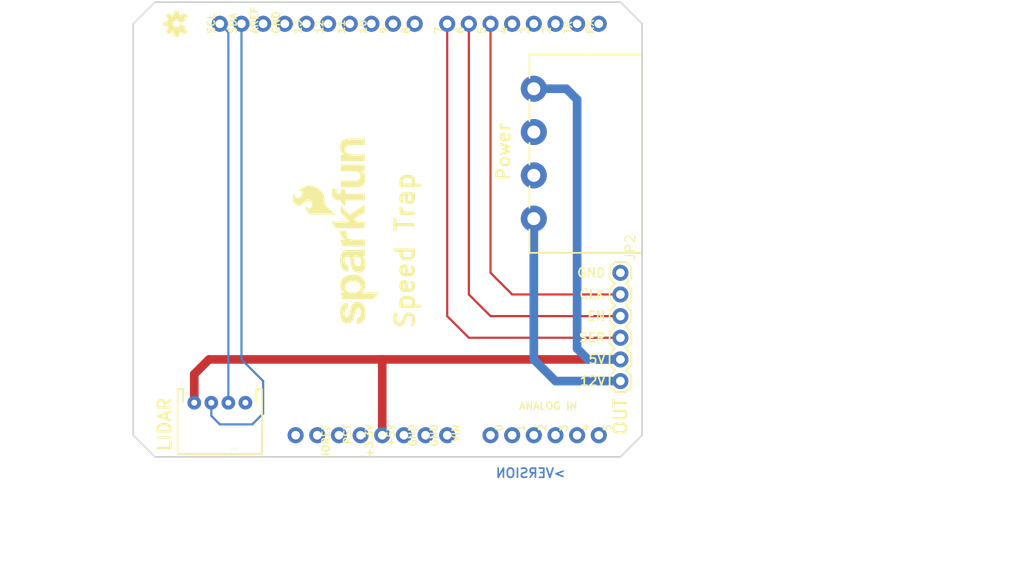
<source format=kicad_pcb>
(kicad_pcb (version 20211014) (generator pcbnew)
  (layers (0 "F.Cu" signal) (31 "B.Cu" signal) (34 "B.Paste" user) (35 "F.Paste" user) (36 "B.SilkS" user "B.Silkscreen") (37 "F.SilkS" user "F.Silkscreen") (38 "B.Mask" user) (39 "F.Mask" user) (44 "Edge.Cuts" user))
  (net 0 "")
  (net 1 "GND")
  (net 2 "ENABLE")
  (net 3 "SER_OUT")
  (net 4 "CLOCK")
  (net 5 "5V")
  (net 6 "12V")
  (net 7 "SDA")
  (net 8 "SCL")
  (footprint "boardEagle:OSHW-LOGO-S" (layer "F.Cu") (at 123.7361 80.8736 90)
    (fp_text reference "LOGO2" hide)
    (fp_text value "OSHW-LOGOS" hide)
    (fp_poly (pts (xy 0.301647 -1.061351) (xy 0.42347 -1.022344) (xy 0.537177 -0.963769) (xy 0.92862 -1.282946) (xy 1.282946 -0.92862) (xy 0.961035 -0.533823) (xy 1.057046 -0.302084) (xy 1.5638 -0.250561) (xy 1.5638 0.250561) (xy 1.057046 0.302084) (xy 0.961035 0.533823) (xy 1.282946 0.92862) (xy 0.92862 1.282946) (xy 0.537177 0.96377) (xy 0.356601 1.056794) (xy 0.088679 0.410073) (xy 0.326262 0.2176) (xy 0.373649 0.121468) (xy 0.392729 0.010339) (xy 0.379464 -0.101634) (xy 0.334947 -0.205229) (xy 0.262842 -0.291918) (xy 0.169087 -0.354561) (xy 0.061406 -0.387999) (xy -0.051342 -0.38948) (xy -0.159868 -0.358881) (xy -0.255234 -0.298724) (xy -0.329589 -0.213962) (xy -0.376813 -0.111569) (xy -0.392176 -0.005767) (xy -0.322923 0.222565) (xy -0.249312 0.303773) (xy 0.091677 0.5081) (xy -0.12929 0.5081) (xy -0.355332 1.053732) (xy -0.506597 0.983577) (xy -0.538922 0.965192) (xy -0.92862 1.282946) (xy -1.282946 0.92862) (xy -0.961035 0.533823) (xy -1.057046 0.302084) (xy -1.5638 0.250561) (xy -1.5638 -0.250561) (xy -1.057046 -0.302084) (xy -0.961035 -0.533823) (xy -1.282946 -0.92862) (xy -0.92862 -1.282946) (xy -0.533823 -0.961035) (xy -0.302084 -1.057046) (xy -0.250561 -1.5638) (xy 0.250561 -1.5638)) (layer "F.SilkS") (width 0) (fill solid))
  )
  (footprint "boardEagle:CREATIVE_COMMONS" (layer "F.Cu") (at 140.2461 144.3736)
    (fp_text reference "FRAME1" hide)
    (fp_text value "" hide)
    (fp_text user ">VERSION" (at 29.21 -10.16) (layer "B.Cu") (effects (font (size 1.0795 1.0795) (thickness 0.1905)) (justify left bottom mirror)))
  )
  (footprint "boardEagle:JST-4-PTH" (layer "F.Cu") (at 128.8161 125.3236 180)
    (fp_text reference "JP1" (at -2.27 -5.27 180) (layer "F.SilkS") (effects (font (size 0.373888 0.373888) (thickness 0.032512)) (justify right top)))
    (fp_text value "LIDAR")
    (fp_line (start -4.3 1.6) (end -4.3 0) (layer "F.SilkS") (width 0.2032))
    (fp_line (start 4.95 1.6) (end 4.3 1.6) (layer "F.SilkS") (width 0.2032))
    (fp_line (start 4.95 -6) (end 4.95 1.6) (layer "F.SilkS") (width 0.2032))
    (fp_line (start -4.95 1.6) (end -4.3 1.6) (layer "F.SilkS") (width 0.2032))
    (fp_line (start -4.95 -6) (end 4.95 -6) (layer "F.SilkS") (width 0.2032))
    (fp_line (start -4.95 1.6) (end -4.95 -6) (layer "F.SilkS") (width 0.2032))
    (fp_line (start 4.3 1.6) (end 4.3 0) (layer "F.SilkS") (width 0.2032))
    (pad "1" thru_hole circle (at -3 0 180) (size 1.6 1.6) (drill 0.7) (layers *.Cu *.Mask) (net 1 "GND"))
    (pad "2" thru_hole circle (at -1 0 180) (size 1.6 1.6) (drill 0.7) (layers *.Cu *.Mask) (net 8 "SCL"))
    (pad "3" thru_hole circle (at 1 0 180) (size 1.6 1.6) (drill 0.7) (layers *.Cu *.Mask) (net 7 "SDA"))
    (pad "4" thru_hole circle (at 3 0 180) (size 1.6 1.6) (drill 0.7) (layers *.Cu *.Mask) (net 5 "5V"))
  )
  (footprint "boardEagle:1X06" (layer "F.Cu") (at 175.8061 110.0836 -90)
    (fp_text reference "JP2" (at -1.3462 -1.8288 -90) (layer "F.SilkS") (effects (font (size 1.143 1.143) (thickness 0.127)) (justify left bottom)))
    (fp_text value "OUT")
    (fp_line (start 13.97 -0.635) (end 13.97 0.635) (layer "F.SilkS") (width 0.2032))
    (fp_line (start 6.985 -1.27) (end 6.35 -0.635) (layer "F.SilkS") (width 0.2032))
    (fp_line (start 13.97 0.635) (end 13.335 1.27) (layer "F.SilkS") (width 0.2032))
    (fp_line (start 12.065 1.27) (end 11.43 0.635) (layer "F.SilkS") (width 0.2032))
    (fp_line (start -0.635 -1.27) (end 0.635 -1.27) (layer "F.SilkS") (width 0.2032))
    (fp_line (start 11.43 0.635) (end 10.795 1.27) (layer "F.SilkS") (width 0.2032))
    (fp_line (start 8.255 -1.27) (end 8.89 -0.635) (layer "F.SilkS") (width 0.2032))
    (fp_line (start 3.81 0.635) (end 3.175 1.27) (layer "F.SilkS") (width 0.2032))
    (fp_line (start 3.175 1.27) (end 1.905 1.27) (layer "F.SilkS") (width 0.2032))
    (fp_line (start 11.43 -0.635) (end 12.065 -1.27) (layer "F.SilkS") (width 0.2032))
    (fp_line (start 6.35 0.635) (end 5.715 1.27) (layer "F.SilkS") (width 0.2032))
    (fp_line (start 1.27 0.635) (end 0.635 1.27) (layer "F.SilkS") (width 0.2032))
    (fp_line (start 0.635 -1.27) (end 1.27 -0.635) (layer "F.SilkS") (width 0.2032))
    (fp_line (start 9.525 1.27) (end 8.89 0.635) (layer "F.SilkS") (width 0.2032))
    (fp_line (start 5.715 -1.27) (end 6.35 -0.635) (layer "F.SilkS") (width 0.2032))
    (fp_line (start 6.985 -1.27) (end 8.255 -1.27) (layer "F.SilkS") (width 0.2032))
    (fp_line (start -1.27 -0.635) (end -1.27 0.635) (layer "F.SilkS") (width 0.2032))
    (fp_line (start -0.635 -1.27) (end -1.27 -0.635) (layer "F.SilkS") (width 0.2032))
    (fp_line (start -1.27 0.635) (end -0.635 1.27) (layer "F.SilkS") (width 0.2032))
    (fp_line (start 3.81 -0.635) (end 4.445 -1.27) (layer "F.SilkS") (width 0.2032))
    (fp_line (start 4.445 -1.27) (end 5.715 -1.27) (layer "F.SilkS") (width 0.2032))
    (fp_line (start 1.905 -1.27) (end 3.175 -1.27) (layer "F.SilkS") (width 0.2032))
    (fp_line (start 8.89 0.635) (end 8.255 1.27) (layer "F.SilkS") (width 0.2032))
    (fp_line (start 13.335 -1.27) (end 13.97 -0.635) (layer "F.SilkS") (width 0.2032))
    (fp_line (start 13.335 1.27) (end 12.065 1.27) (layer "F.SilkS") (width 0.2032))
    (fp_line (start 9.525 -1.27) (end 10.795 -1.27) (layer "F.SilkS") (width 0.2032))
    (fp_line (start 5.715 1.27) (end 4.445 1.27) (layer "F.SilkS") (width 0.2032))
    (fp_line (start 8.89 -0.635) (end 9.525 -1.27) (layer "F.SilkS") (width 0.2032))
    (fp_line (start 10.795 1.27) (end 9.525 1.27) (layer "F.SilkS") (width 0.2032))
    (fp_line (start 0.635 1.27) (end -0.635 1.27) (layer "F.SilkS") (width 0.2032))
    (fp_line (start 12.065 -1.27) (end 13.335 -1.27) (layer "F.SilkS") (width 0.2032))
    (fp_line (start 6.35 0.635) (end 6.985 1.27) (layer "F.SilkS") (width 0.2032))
    (fp_line (start 3.175 -1.27) (end 3.81 -0.635) (layer "F.SilkS") (width 0.2032))
    (fp_line (start 8.255 1.27) (end 6.985 1.27) (layer "F.SilkS") (width 0.2032))
    (fp_line (start 4.445 1.27) (end 3.81 0.635) (layer "F.SilkS") (width 0.2032))
    (fp_line (start 10.795 -1.27) (end 11.43 -0.635) (layer "F.SilkS") (width 0.2032))
    (fp_line (start 1.27 -0.635) (end 1.905 -1.27) (layer "F.SilkS") (width 0.2032))
    (fp_line (start 1.905 1.27) (end 1.27 0.635) (layer "F.SilkS") (width 0.2032))
    (pad "1" thru_hole circle (at 0 0) (size 1.8796 1.8796) (drill 1.016) (layers *.Cu *.Mask) (net 1 "GND"))
    (pad "2" thru_hole circle (at 2.54 0) (size 1.8796 1.8796) (drill 1.016) (layers *.Cu *.Mask) (net 4 "CLOCK"))
    (pad "3" thru_hole circle (at 5.08 0) (size 1.8796 1.8796) (drill 1.016) (layers *.Cu *.Mask) (net 2 "ENABLE"))
    (pad "4" thru_hole circle (at 7.62 0) (size 1.8796 1.8796) (drill 1.016) (layers *.Cu *.Mask) (net 3 "SER_OUT"))
    (pad "5" thru_hole circle (at 10.16 0) (size 1.8796 1.8796) (drill 1.016) (layers *.Cu *.Mask) (net 5 "5V"))
    (pad "6" thru_hole circle (at 12.7 0) (size 1.8796 1.8796) (drill 1.016) (layers *.Cu *.Mask) (net 6 "12V"))
  )
  (footprint "boardEagle:SFE_LOGO_NAME_FLAME_.2" (layer "F.Cu") (at 147.6121 116.8146 90)
    (fp_text reference "LOGO1" hide)
    (fp_text value "SFE_LOGO_NAME_FLAME.2_INCH" hide)
    (fp_poly (pts (xy 17.54 -3.02) (xy 17.55 -2.85) (xy 17.57 -2.71) (xy 17.61 -2.59) (xy 17.66 -2.49) (xy 17.72 -2.42) (xy 17.81 -2.36) (xy 17.92 -2.33) (xy 18.04 -2.32) (xy 18.19 -2.33) (xy 18.31 -2.37) (xy 18.42 -2.43) (xy 18.5 -2.51) (xy 18.56 -2.62) (xy 18.61 -2.76) (xy 18.64 -2.93) (xy 18.64 -4.61) (xy 19.42 -4.61) (xy 19.42 -2.14) (xy 19.41 -1.79) (xy 18.67 -1.79) (xy 18.67 -2.18) (xy 18.59 -2.07) (xy 18.49 -1.97) (xy 18.39 -1.89) (xy 18.28 -1.82) (xy 18.17 -1.77) (xy 18.05 -1.74) (xy 17.92 -1.72) (xy 17.8 -1.71) (xy 17.52 -1.73) (xy 17.29 -1.79) (xy 17.11 -1.89) (xy 16.97 -2.03) (xy 16.88 -2.2) (xy 16.81 -2.4) (xy 16.78 -2.62) (xy 16.77 -2.87) (xy 16.77 -4.61) (xy 17.54 -4.61)) (layer "F.SilkS") (width 0) (fill solid))
    (fp_poly (pts (xy 12.74 -3.6) (xy 13.72 -4.61) (xy 14.64 -4.61) (xy 13.57 -3.57) (xy 14.76 -1.79) (xy 13.82 -1.79) (xy 13.04 -3.05) (xy 12.74 -2.76) (xy 12.74 -1.79) (xy 11.96 -1.79) (xy 11.96 -5.26) (xy 12.74 -5.69)) (layer "F.SilkS") (width 0) (fill solid))
    (fp_poly (pts (xy 15.56 -10.27) (xy 15.74 -10.23) (xy 15.89 -10.16) (xy 16.01 -10.1) (xy 16.09 -10.04) (xy 16.11 -10.02) (xy 16.1 -10.02) (xy 16.06 -10.03) (xy 16 -10.04) (xy 15.93 -10.04) (xy 15.85 -10.03) (xy 15.76 -10) (xy 15.68 -9.96) (xy 15.61 -9.9) (xy 15.56 -9.84) (xy 15.53 -9.79) (xy 15.51 -9.73) (xy 15.51 -9.61) (xy 15.53 -9.55) (xy 15.57 -9.48) (xy 15.62 -9.41) (xy 15.74 -9.29) (xy 15.81 -9.24) (xy 15.88 -9.2) (xy 15.96 -9.16) (xy 16.04 -9.13) (xy 16.11 -9.12) (xy 16.17 -9.12) (xy 16.24 -9.15) (xy 16.29 -9.19) (xy 16.32 -9.25) (xy 16.34 -9.31) (xy 16.34 -9.42) (xy 16.33 -9.45) (xy 16.33 -9.47) (xy 16.5 -9.37) (xy 16.66 -9.2) (xy 16.8 -8.97) (xy 16.9 -8.68) (xy 16.95 -8.36) (xy 16.93 -8.01) (xy 16.83 -7.64) (xy 16.63 -7.28) (xy 16.49 -7.1) (xy 16.34 -6.94) (xy 16.17 -6.8) (xy 15.98 -6.68) (xy 15.78 -6.6) (xy 15.56 -6.53) (xy 15.32 -6.5) (xy 14.94 -6.5) (xy 14.82 -6.47) (xy 14.72 -6.42) (xy 14.61 -6.35) (xy 14.51 -6.26) (xy 14.41 -6.15) (xy 14.29 -6.02) (xy 14.17 -5.88) (xy 14.05 -5.75) (xy 13.83 -5.51) (xy 13.74 -5.41) (xy 13.67 -5.32) (xy 13.61 -5.25) (xy 13.58 -5.21) (xy 13.57 -5.19) (xy 13.57 -7.95) (xy 13.59 -8.11) (xy 13.64 -8.25) (xy 13.69 -8.36) (xy 13.76 -8.46) (xy 13.85 -8.53) (xy 13.94 -8.59) (xy 14.04 -8.63) (xy 14.14 -8.66) (xy 14.25 -8.68) (xy 14.42 -8.68) (xy 14.49 -8.67) (xy 14.54 -8.65) (xy 14.57 -8.64) (xy 14.58 -8.64) (xy 14.55 -8.62) (xy 14.51 -8.61) (xy 14.47 -8.58) (xy 14.37 -8.52) (xy 14.33 -8.48) (xy 14.3 -8.43) (xy 14.28 -8.37) (xy 14.28 -8.3) (xy 14.3 -8.24) (xy 14.34 -8.17) (xy 14.39 -8.11) (xy 14.46 -8.06) (xy 14.55 -8.02) (xy 14.66 -7.99) (xy 14.82 -8) (xy 14.97 -8.04) (xy 15.09 -8.11) (xy 15.17 -8.22) (xy 15.22 -8.34) (xy 15.21 -8.48) (xy 15.15 -8.63) (xy 15.02 -8.78) (xy 14.85 -8.95) (xy 14.72 -9.13) (xy 14.62 -9.3) (xy 14.58 -9.48) (xy 14.58 -9.65) (xy 14.63 -9.81) (xy 14.74 -9.97) (xy 14.91 -10.12) (xy 15.14 -10.23) (xy 15.36 -10.28)) (layer "F.SilkS") (width 0) (fill solid))
    (fp_poly (pts (xy 11.57 -4.68) (xy 11.59 -4.68) (xy 11.62 -4.67) (xy 11.64 -4.67) (xy 11.66 -4.66) (xy 11.66 -3.94) (xy 11.63 -3.95) (xy 11.6 -3.95) (xy 11.56 -3.96) (xy 11.49 -3.96) (xy 11.45 -3.97) (xy 11.38 -3.97) (xy 11.18 -3.95) (xy 11.02 -3.9) (xy 10.88 -3.81) (xy 10.78 -3.7) (xy 10.7 -3.57) (xy 10.65 -3.41) (xy 10.62 -3.24) (xy 10.61 -3.06) (xy 10.61 -1.78) (xy 9.83 -1.78) (xy 9.83 -4.14) (xy 9.84 -4.48) (xy 9.93 -4.5) (xy 10.03 -4.51) (xy 10.21 -4.55) (xy 10.3 -4.56) (xy 10.39 -4.58) (xy 10.49 -4.6) (xy 10.58 -4.61) (xy 10.58 -4.09) (xy 10.65 -4.22) (xy 10.73 -4.33) (xy 10.83 -4.43) (xy 10.95 -4.52) (xy 11.07 -4.59) (xy 11.2 -4.65) (xy 11.34 -4.68) (xy 11.49 -4.69) (xy 11.55 -4.69)) (layer "F.SilkS") (width 0) (fill solid))
    (fp_poly (pts (xy 5.54 -4.66) (xy 5.81 -4.57) (xy 6.03 -4.42) (xy 6.21 -4.23) (xy 6.35 -4) (xy 6.44 -3.75) (xy 6.5 -3.47) (xy 6.52 -3.17) (xy 5.74 -3.19) (xy 5.73 -3.36) (xy 5.71 -3.53) (xy 5.66 -3.68) (xy 5.59 -3.82) (xy 5.5 -3.94) (xy 5.38 -4.03) (xy 5.24 -4.08) (xy 5.06 -4.1) (xy 4.89 -4.08) (xy 4.74 -4.03) (xy 4.63 -3.94) (xy 4.54 -3.82) (xy 4.47 -3.68) (xy 4.43 -3.53) (xy 4.4 -3.36) (xy 4.39 -3.19) (xy 4.4 -3.02) (xy 4.43 -2.86) (xy 4.47 -2.71) (xy 4.54 -2.57) (xy 4.63 -2.46) (xy 4.75 -2.37) (xy 4.9 -2.31) (xy 5.07 -2.29) (xy 5.25 -2.31) (xy 5.39 -2.37) (xy 5.51 -2.46) (xy 5.6 -2.57) (xy 5.66 -2.71) (xy 6.35 -2.38) (xy 6.21 -2.16) (xy 6.04 -1.97) (xy 5.82 -1.83) (xy 5.57 -1.74) (xy 5.28 -1.71) (xy 5.15 -1.72) (xy 5.03 -1.74) (xy 4.91 -1.77) (xy 4.8 -1.82) (xy 4.69 -1.88) (xy 4.59 -1.95) (xy 4.51 -2.04) (xy 4.43 -2.14) (xy 4.43 -0.1) (xy 4.33 -0.19) (xy 4.23 -0.27) (xy 4.13 -0.36) (xy 4.04 -0.45) (xy 3.94 -0.53) (xy 3.84 -0.62) (xy 3.75 -0.7) (xy 3.65 -0.79) (xy 3.65 -4.48) (xy 3.83 -4.52) (xy 3.93 -4.53) (xy 4.02 -4.55) (xy 4.11 -4.56) (xy 4.2 -4.58) (xy 4.3 -4.6) (xy 4.39 -4.61) (xy 4.39 -4.25) (xy 4.47 -4.36) (xy 4.56 -4.45) (xy 4.65 -4.53) (xy 4.75 -4.59) (xy 4.86 -4.63) (xy 4.98 -4.67) (xy 5.11 -4.68) (xy 5.23 -4.69)) (layer "F.SilkS") (width 0) (fill solid))
    (fp_poly (pts (xy 8.48 -4.67) (xy 8.7 -4.63) (xy 8.8 -4.61) (xy 8.9 -4.58) (xy 8.99 -4.54) (xy 9.08 -4.49) (xy 9.16 -4.43) (xy 9.23 -4.37) (xy 9.29 -4.29) (xy 9.34 -4.21) (xy 9.37 -4.11) (xy 9.4 -4) (xy 9.4 -2.31) (xy 9.41 -2.26) (xy 9.41 -2.13) (xy 9.42 -2.08) (xy 9.42 -2.04) (xy 9.45 -1.92) (xy 9.45 -1.89) (xy 9.46 -1.86) (xy 9.48 -1.83) (xy 9.49 -1.8) (xy 9.5 -1.78) (xy 8.71 -1.78) (xy 8.71 -1.8) (xy 8.7 -1.81) (xy 8.7 -1.83) (xy 8.69 -1.85) (xy 8.68 -1.86) (xy 8.68 -1.9) (xy 8.67 -1.91) (xy 8.67 -1.95) (xy 8.66 -1.97) (xy 8.66 -2.05) (xy 8.61 -2.01) (xy 8.56 -1.96) (xy 8.51 -1.92) (xy 8.46 -1.89) (xy 8.28 -1.8) (xy 8.16 -1.76) (xy 8.1 -1.75) (xy 8.03 -1.73) (xy 7.97 -1.72) (xy 7.9 -1.71) (xy 7.84 -1.71) (xy 7.77 -1.7) (xy 7.61 -1.7) (xy 7.51 -1.71) (xy 7.33 -1.75) (xy 7.24 -1.78) (xy 7.16 -1.82) (xy 7.09 -1.86) (xy 7.02 -1.91) (xy 6.96 -1.96) (xy 6.91 -2.03) (xy 6.86 -2.09) (xy 6.82 -2.17) (xy 6.79 -2.25) (xy 6.76 -2.35) (xy 6.75 -2.44) (xy 6.74 -2.55) (xy 6.77 -2.77) (xy 6.83 -2.94) (xy 6.92 -3.08) (xy 7.05 -3.19) (xy 7.19 -3.28) (xy 7.35 -3.34) (xy 7.52 -3.38) (xy 7.7 -3.41) (xy 7.85 -2.97) (xy 7.81 -2.96) (xy 7.77 -2.94) (xy 7.73 -2.93) (xy 7.69 -2.91) (xy 7.66 -2.89) (xy 7.6 -2.83) (xy 7.56 -2.77) (xy 7.54 -2.73) (xy 7.53 -2.69) (xy 7.52 -2.64) (xy 7.52 -2.54) (xy 7.53 -2.49) (xy 7.54 -2.45) (xy 7.56 -2.41) (xy 7.6 -2.35) (xy 7.63 -2.32) (xy 7.66 -2.3) (xy 7.7 -2.28) (xy 7.73 -2.27) (xy 7.77 -2.25) (xy 7.81 -2.24) (xy 7.86 -2.23) (xy 8.1 -2.23) (xy 8.2 -2.25) (xy 8.28 -2.27) (xy 8.35 -2.31) (xy 8.41 -2.34) (xy 8.46 -2.39) (xy 8.54 -2.49) (xy 8.56 -2.54) (xy 8.59 -2.6) (xy 8.62 -2.75) (xy 8.62 -3.17) (xy 8.6 -3.15) (xy 8.54 -3.11) (xy 8.46 -3.09) (xy 8.43 -3.08) (xy 8.38 -3.07) (xy 8.3 -3.05) (xy 8.21 -3.47) (xy 8.34 -3.51) (xy 8.46 -3.55) (xy 8.55 -3.6) (xy 8.61 -3.68) (xy 8.62 -3.78) (xy 8.62 -3.84) (xy 8.61 -3.9) (xy 8.6 -3.94) (xy 8.56 -4.02) (xy 8.54 -4.05) (xy 8.51 -4.08) (xy 8.48 -4.1) (xy 8.44 -4.12) (xy 8.4 -4.13) (xy 8.36 -4.15) (xy 8.32 -4.15) (xy 8.22 -4.17) (xy 8.07 -4.17) (xy 8.01 -4.16) (xy 7.96 -4.15) (xy 7.92 -4.14) (xy 7.87 -4.13) (xy 7.83 -4.11) (xy 7.8 -4.09) (xy 7.76 -4.07) (xy 7.7 -4.01) (xy 7.64 -3.89) (xy 7.63 -3.84) (xy 7.61 -3.79) (xy 7.61 -3.74) (xy 6.83 -3.74) (xy 6.85 -3.87) (xy 6.88 -3.99) (xy 6.92 -4.09) (xy 6.97 -4.19) (xy 7.03 -4.28) (xy 7.1 -4.36) (xy 7.28 -4.48) (xy 7.37 -4.53) (xy 7.47 -4.58) (xy 7.69 -4.64) (xy 7.81 -4.66) (xy 7.92 -4.67) (xy 8.04 -4.68) (xy 8.38 -4.68)) (layer "F.SilkS") (width 0) (fill solid))
    (fp_poly (pts (xy 6.52 -3.17) (xy 6.5 -2.89) (xy 6.44 -2.62) (xy 6.35 -2.38) (xy 5.66 -2.71) (xy 5.71 -2.86) (xy 5.73 -3.02) (xy 5.74 -3.19)) (layer "F.SilkS") (width 0) (fill solid))
    (fp_poly (pts (xy 8.3 -3.05) (xy 8.25 -3.05) (xy 8.21 -3.04) (xy 8.16 -3.03) (xy 8.12 -3.03) (xy 8.02 -3.01) (xy 7.98 -3) (xy 7.93 -2.99) (xy 7.85 -2.97) (xy 7.7 -3.41) (xy 7.88 -3.43) (xy 8.05 -3.45) (xy 8.21 -3.47)) (layer "F.SilkS") (width 0) (fill solid))
    (fp_poly (pts (xy 16.38 -5.68) (xy 16.49 -5.68) (xy 16.54 -5.67) (xy 16.59 -5.67) (xy 16.59 -5.09) (xy 16.55 -5.1) (xy 16.37 -5.1) (xy 16.34 -5.11) (xy 16.3 -5.11) (xy 16.23 -5.1) (xy 16.17 -5.09) (xy 16.11 -5.07) (xy 16.07 -5.03) (xy 16.04 -4.99) (xy 16.02 -4.93) (xy 16.01 -4.86) (xy 16.01 -4.61) (xy 16.54 -4.61) (xy 16.54 -4.09) (xy 16.01 -4.09) (xy 16.01 -1.79) (xy 15.23 -1.79) (xy 15.23 -4.09) (xy 14.46 -4.09) (xy 14.53 -4.16) (xy 14.6 -4.22) (xy 14.66 -4.29) (xy 14.73 -4.35) (xy 14.79 -4.42) (xy 14.86 -4.48) (xy 14.99 -4.61) (xy 15.23 -4.61) (xy 15.23 -4.83) (xy 15.24 -5.01) (xy 15.29 -5.18) (xy 15.36 -5.32) (xy 15.46 -5.45) (xy 15.6 -5.55) (xy 15.76 -5.63) (xy 15.95 -5.67) (xy 16.18 -5.69) (xy 16.33 -5.69)) (layer "F.SilkS") (width 0) (fill solid))
    (fp_poly (pts (xy 21.73 -4.67) (xy 21.96 -4.61) (xy 22.14 -4.51) (xy 22.28 -4.37) (xy 22.38 -4.2) (xy 22.44 -4) (xy 22.48 -3.78) (xy 22.49 -3.53) (xy 22.49 -1.79) (xy 21.71 -1.79) (xy 21.71 -3.38) (xy 21.7 -3.55) (xy 21.68 -3.69) (xy 21.65 -3.81) (xy 21.6 -3.91) (xy 21.53 -3.98) (xy 21.44 -4.03) (xy 21.34 -4.07) (xy 21.21 -4.08) (xy 21.07 -4.07) (xy 20.94 -4.03) (xy 20.84 -3.97) (xy 20.75 -3.89) (xy 20.69 -3.78) (xy 20.65 -3.64) (xy 20.62 -3.47) (xy 20.61 -3.27) (xy 20.61 -1.79) (xy 19.83 -1.79) (xy 19.83 -4.26) (xy 19.84 -4.61) (xy 20.58 -4.61) (xy 20.58 -4.22) (xy 20.59 -4.22) (xy 20.67 -4.33) (xy 20.76 -4.43) (xy 20.86 -4.51) (xy 20.97 -4.58) (xy 21.09 -4.63) (xy 21.21 -4.66) (xy 21.33 -4.68) (xy 21.45 -4.69)) (layer "F.SilkS") (width 0) (fill solid))
    (fp_poly (pts (xy 2.24 -4.68) (xy 2.45 -4.65) (xy 2.66 -4.59) (xy 2.84 -4.5) (xy 3 -4.38) (xy 3.12 -4.22) (xy 3.21 -4.03) (xy 3.26 -3.79) (xy 2.52 -3.79) (xy 2.5 -3.89) (xy 2.46 -3.97) (xy 2.41 -4.04) (xy 2.35 -4.09) (xy 2.27 -4.13) (xy 2.09 -4.17) (xy 1.92 -4.17) (xy 1.84 -4.16) (xy 1.77 -4.15) (xy 1.7 -4.13) (xy 1.64 -4.09) (xy 1.6 -4.05) (xy 1.57 -3.99) (xy 1.55 -3.91) (xy 1.57 -3.81) (xy 1.63 -3.74) (xy 1.72 -3.68) (xy 1.83 -3.63) (xy 1.96 -3.59) (xy 2.11 -3.56) (xy 2.27 -3.52) (xy 2.44 -3.49) (xy 2.6 -3.44) (xy 2.77 -3.39) (xy 2.92 -3.33) (xy 3.05 -3.25) (xy 3.17 -3.15) (xy 3.26 -3.02) (xy 3.31 -2.87) (xy 3.33 -2.69) (xy 3.3 -2.44) (xy 3.22 -2.23) (xy 3.09 -2.06) (xy 2.93 -1.92) (xy 2.73 -1.82) (xy 2.51 -1.76) (xy 2.28 -1.72) (xy 2.04 -1.71) (xy 1.8 -1.72) (xy 1.56 -1.76) (xy 1.34 -1.83) (xy 1.14 -1.93) (xy 0.97 -2.06) (xy 0.84 -2.23) (xy 0.75 -2.45) (xy 0.71 -2.7) (xy 1.45 -2.7) (xy 1.46 -2.59) (xy 1.5 -2.49) (xy 1.56 -2.41) (xy 1.64 -2.34) (xy 1.73 -2.29) (xy 1.83 -2.26) (xy 1.93 -2.24) (xy 2.05 -2.23) (xy 2.13 -2.23) (xy 2.22 -2.25) (xy 2.3 -2.27) (xy 2.38 -2.31) (xy 2.45 -2.35) (xy 2.51 -2.42) (xy 2.54 -2.5) (xy 2.56 -2.59) (xy 2.54 -2.67) (xy 2.5 -2.74) (xy 2.42 -2.8) (xy 2.32 -2.85) (xy 2.2 -2.9) (xy 2.05 -2.94) (xy 1.87 -2.98) (xy 1.51 -3.07) (xy 1.34 -3.12) (xy 1.19 -3.18) (xy 1.06 -3.25) (xy 0.94 -3.35) (xy 0.85 -3.47) (xy 0.8 -3.61) (xy 0.78 -3.78) (xy 0.81 -4.03) (xy 0.88 -4.23) (xy 1.01 -4.39) (xy 1.17 -4.51) (xy 1.35 -4.59) (xy 1.56 -4.65) (xy 1.78 -4.68) (xy 2.01 -4.69)) (layer "F.SilkS") (width 0) (fill solid))
  )
  (footprint "boardEagle:COMPUTER-PERIPHERAL-POWER-RA" (layer "F.Cu") (at 168.1861 96.1136 -90)
    (fp_text reference "J2" hide)
    (fp_text value "Power" hide)
    (fp_line (start 3.81 3.048) (end 6.35 3.048) (layer "F.SilkS") (width 0.2032))
    (fp_line (start -1.27 3.048) (end 1.27 3.048) (layer "F.SilkS") (width 0.2032))
    (fp_line (start -6.35 3.048) (end -3.81 3.048) (layer "F.SilkS") (width 0.2032))
    (fp_line (start -11.6332 3.048) (end -8.89 3.048) (layer "F.SilkS") (width 0.2032))
    (fp_line (start 11.6332 3.048) (end 8.89 3.048) (layer "F.SilkS") (width 0.2032))
    (fp_line (start -11.6332 -10.16) (end 11.6332 -10.16) (layer "F.SilkS") (width 0.2032))
    (fp_line (start 11.6332 -10.16) (end 11.6332 3.048) (layer "F.SilkS") (width 0.2032))
    (fp_line (start -11.6332 3.048) (end -11.6332 -10.16) (layer "F.SilkS") (width 0.2032))
    (pad "" np_thru_hole circle (at -5.08 -7.62 270) (size 3.9878 3.9878) (drill 3.9878) (layers *.Cu *.Mask))
    (pad "" np_thru_hole circle (at 10.16 0 270) (size 2.54 2.54) (drill 2.54) (layers *.Cu *.Mask))
    (pad "" np_thru_hole circle (at -10.16 0 270) (size 2.54 2.54) (drill 2.54) (layers *.Cu *.Mask))
    (pad "" np_thru_hole circle (at 5.08 -7.62 270) (size 3.9878 3.9878) (drill 3.9878) (layers *.Cu *.Mask))
    (pad "5V" thru_hole circle (at -7.62 2.54 270) (size 3.048 3.048) (drill 1.524) (layers *.Cu *.Mask) (net 5 "5V"))
    (pad "12V" thru_hole circle (at 7.62 2.54 270) (size 3.048 3.048) (drill 1.524) (layers *.Cu *.Mask) (net 6 "12V"))
    (pad "GND" thru_hole circle (at -2.54 2.54 270) (size 3.048 3.048) (drill 1.524) (layers *.Cu *.Mask) (net 1 "GND"))
    (pad "NC" thru_hole circle (at 2.54 2.54 270) (size 3.048 3.048) (drill 1.524) (layers *.Cu *.Mask))
  )
  (footprint "boardEagle:UNO_R3_SHIELD" (layer "F.Cu") (at 118.6561 78.3336 -90)
    (fp_text reference "J1" hide)
    (fp_text value "ARDUINO_R3_SHIELD" hide)
    (fp_text user "2" (at 3.81 -49.022 -90) (layer "F.SilkS") (effects (font (size 0.8636 0.8636) (thickness 0.1524)) (justify left bottom)))
    (fp_text user "IOREF" (at 49.4157 -22.098 -90) (layer "F.SilkS") (effects (font (size 0.8636 0.8636) (thickness 0.1524)) (justify right top)))
    (fp_text user "RST" (at 49.4157 -24.638 -90) (layer "F.SilkS") (effects (font (size 0.8636 0.8636) (thickness 0.1524)) (justify right top)))
    (fp_text user "TX" (at 3.81 -51.562 -90) (layer "F.SilkS") (effects (font (size 0.8636 0.8636) (thickness 0.1524)) (justify left bottom)))
    (fp_text user "1" (at 49.4157 -44.958 -90) (layer "F.SilkS") (effects (font (size 0.8636 0.8636) (thickness 0.1524)) (justify right top)))
    (fp_text user "10" (at 3.81 -27.432 -90) (layer "F.SilkS") (effects (font (size 0.8636 0.8636) (thickness 0.1524)) (justify left bottom)))
    (fp_text user "4" (at 3.81 -43.942 -90) (layer "F.SilkS") (effects (font (size 0.8636 0.8636) (thickness 0.1524)) (justify left bottom)))
    (fp_text user "5" (at 49.4157 -55.118 -90) (layer "F.SilkS") (effects (font (size 0.8636 0.8636) (thickness 0.1524)) (justify right top)))
    (fp_text user "5" (at 3.81 -41.402 -90) (layer "F.SilkS") (effects (font (size 0.8636 0.8636) (thickness 0.1524)) (justify left bottom)))
    (fp_text user "9" (at 3.81 -29.972 -90) (layer "F.SilkS") (effects (font (size 0.8636 0.8636) (thickness 0.1524)) (justify left bottom)))
    (fp_text user "SCL" (at 3.81 -9.652 -90) (layer "F.SilkS") (effects (font (size 0.8636 0.8636) (thickness 0.1524)) (justify left bottom)))
    (fp_text user "GND" (at 3.81 -17.272 -90) (layer "F.SilkS") (effects (font (size 0.8636 0.8636) (thickness 0.1524)) (justify left bottom)))
    (fp_text user "4" (at 49.4157 -52.578 -90) (layer "F.SilkS") (effects (font (size 0.8636 0.8636) (thickness 0.1524)) (justify right top)))
    (fp_text user "+5V" (at 49.4157 -29.718 -90) (layer "F.SilkS") (effects (font (size 0.8636 0.8636) (thickness 0.1524)) (justify right top)))
    (fp_text user "GND" (at 49.4157 -32.258 -90) (layer "F.SilkS") (effects (font (size 0.8636 0.8636) (thickness 0.1524)) (justify right top)))
    (fp_text user "2" (at 49.4157 -47.498 -90) (layer "F.SilkS") (effects (font (size 0.8636 0.8636) (thickness 0.1524)) (justify right top)))
    (fp_text user "+3.3V" (at 49.4157 -27.178 -90) (layer "F.SilkS") (effects (font (size 0.8636 0.8636) (thickness 0.1524)) (justify right top)))
    (fp_text user "GND" (at 49.4157 -34.798 -90) (layer "F.SilkS") (effects (font (size 0.8636 0.8636) (thickness 0.1524)) (justify right top)))
    (fp_text user "12" (at 3.81 -22.352 -90) (layer "F.SilkS") (effects (font (size 0.8636 0.8636) (thickness 0.1524)) (justify left bottom)))
    (fp_text user "11" (at 3.81 -24.892 -90) (layer "F.SilkS") (effects (font (size 0.8636 0.8636) (thickness 0.1524)) (justify left bottom)))
    (fp_text user "RX" (at 3.81 -54.102 -90) (layer "F.SilkS") (effects (font (size 0.8636 0.8636) (thickness 0.1524)) (justify left bottom)))
    (fp_text user "6" (at 3.81 -38.862 -90) (layer "F.SilkS") (effects (font (size 0.8636 0.8636) (thickness 0.1524)) (justify left bottom)))
    (fp_text user "3" (at 49.4157 -50.038 -90) (layer "F.SilkS") (effects (font (size 0.8636 0.8636) (thickness 0.1524)) (justify right top)))
    (fp_text user "3" (at 3.81 -46.482 -90) (layer "F.SilkS") (effects (font (size 0.8636 0.8636) (thickness 0.1524)) (justify left bottom)))
    (fp_text user "8" (at 3.81 -32.512 -90) (layer "F.SilkS") (effects (font (size 0.8636 0.8636) (thickness 0.1524)) (justify left bottom)))
    (fp_text user "SDA" (at 3.81 -12.192 -90) (layer "F.SilkS") (effects (font (size 0.8636 0.8636) (thickness 0.1524)) (justify left bottom)))
    (fp_text user "13" (at 3.81 -19.812 -90) (layer "F.SilkS") (effects (font (size 0.8636 0.8636) (thickness 0.1524)) (justify left bottom)))
    (fp_text user "ANALOG IN" (at 46.8757 -52.197) (layer "F.SilkS") (effects (font (size 0.8636 0.8636) (thickness 0.1524)) (justify right top)))
    (fp_text user "VIN" (at 49.4157 -37.338 -90) (layer "F.SilkS") (effects (font (size 0.8636 0.8636) (thickness 0.1524)) (justify right top)))
    (fp_text user "0" (at 49.4157 -42.418 -90) (layer "F.SilkS") (effects (font (size 0.8636 0.8636) (thickness 0.1524)) (justify right top)))
    (fp_text user "AREF" (at 3.81 -14.732 -90) (layer "F.SilkS") (effects (font (size 0.8636 0.8636) (thickness 0.1524)) (justify left bottom)))
    (fp_text user "7" (at 3.81 -36.322 -90) (layer "F.SilkS") (effects (font (size 0.8636 0.8636) (thickness 0.1524)) (justify left bottom)))
    (pad "3.3V" thru_hole circle (at 50.8 -26.67) (size 1.8796 1.8796) (drill 1.016) (layers *.Cu *.Mask))
    (pad "5V" thru_hole circle (at 50.8 -29.21) (size 1.8796 1.8796) (drill 1.016) (layers *.Cu *.Mask) (net 5 "5V"))
    (pad "A0" thru_hole circle (at 50.8 -41.91) (size 1.8796 1.8796) (drill 1.016) (layers *.Cu *.Mask))
    (pad "A1" thru_hole circle (at 50.8 -44.45) (size 1.8796 1.8796) (drill 1.016) (layers *.Cu *.Mask))
    (pad "A2" thru_hole circle (at 50.8 -46.99) (size 1.8796 1.8796) (drill 1.016) (layers *.Cu *.Mask))
    (pad "A3" thru_hole circle (at 50.8 -49.53) (size 1.8796 1.8796) (drill 1.016) (layers *.Cu *.Mask))
    (pad "A4" thru_hole circle (at 50.8 -52.07) (size 1.8796 1.8796) (drill 1.016) (layers *.Cu *.Mask))
    (pad "A5" thru_hole circle (at 50.8 -54.61) (size 1.8796 1.8796) (drill 1.016) (layers *.Cu *.Mask))
    (pad "AREF" thru_hole circle (at 2.54 -15.24) (size 1.8796 1.8796) (drill 1.016) (layers *.Cu *.Mask))
    (pad "D2" thru_hole circle (at 2.54 -49.53) (size 1.8796 1.8796) (drill 1.016) (layers *.Cu *.Mask))
    (pad "D3" thru_hole circle (at 2.54 -46.99) (size 1.8796 1.8796) (drill 1.016) (layers *.Cu *.Mask))
    (pad "D4" thru_hole circle (at 2.54 -44.45) (size 1.8796 1.8796) (drill 1.016) (layers *.Cu *.Mask))
    (pad "D5" thru_hole circle (at 2.54 -41.91) (size 1.8796 1.8796) (drill 1.016) (layers *.Cu *.Mask) (net 4 "CLOCK"))
    (pad "D6" thru_hole circle (at 2.54 -39.37) (size 1.8796 1.8796) (drill 1.016) (layers *.Cu *.Mask) (net 2 "ENABLE"))
    (pad "D7" thru_hole circle (at 2.54 -36.83) (size 1.8796 1.8796) (drill 1.016) (layers *.Cu *.Mask) (net 3 "SER_OUT"))
    (pad "D8" thru_hole circle (at 2.54 -33.02) (size 1.8796 1.8796) (drill 1.016) (layers *.Cu *.Mask))
    (pad "D9" thru_hole circle (at 2.54 -30.48) (size 1.8796 1.8796) (drill 1.016) (layers *.Cu *.Mask))
    (pad "D10" thru_hole circle (at 2.54 -27.94) (size 1.8796 1.8796) (drill 1.016) (layers *.Cu *.Mask))
    (pad "D11" thru_hole circle (at 2.54 -25.4) (size 1.8796 1.8796) (drill 1.016) (layers *.Cu *.Mask))
    (pad "D12" thru_hole circle (at 2.54 -22.86) (size 1.8796 1.8796) (drill 1.016) (layers *.Cu *.Mask))
    (pad "D13" thru_hole circle (at 2.54 -20.32) (size 1.8796 1.8796) (drill 1.016) (layers *.Cu *.Mask))
    (pad "GND@0" thru_hole circle (at 50.8 -31.75) (size 1.8796 1.8796) (drill 1.016) (layers *.Cu *.Mask) (net 1 "GND"))
    (pad "GND@1" thru_hole circle (at 50.8 -34.29) (size 1.8796 1.8796) (drill 1.016) (layers *.Cu *.Mask) (net 1 "GND"))
    (pad "GND@2" thru_hole circle (at 2.54 -17.78) (size 1.8796 1.8796) (drill 1.016) (layers *.Cu *.Mask) (net 1 "GND"))
    (pad "IOREF" thru_hole circle (at 50.8 -21.59) (size 1.8796 1.8796) (drill 1.016) (layers *.Cu *.Mask))
    (pad "NC" thru_hole circle (at 50.8 -19.05) (size 1.8796 1.8796) (drill 1.016) (layers *.Cu *.Mask))
    (pad "RES" thru_hole circle (at 50.8 -24.13) (size 1.8796 1.8796) (drill 1.016) (layers *.Cu *.Mask))
    (pad "RX" thru_hole circle (at 2.54 -54.61) (size 1.8796 1.8796) (drill 1.016) (layers *.Cu *.Mask))
    (pad "SCL" thru_hole circle (at 2.54 -10.16) (size 1.8796 1.8796) (drill 1.016) (layers *.Cu *.Mask) (net 8 "SCL"))
    (pad "SDA" thru_hole circle (at 2.54 -12.7) (size 1.8796 1.8796) (drill 1.016) (layers *.Cu *.Mask) (net 7 "SDA"))
    (pad "TX" thru_hole circle (at 2.54 -52.07) (size 1.8796 1.8796) (drill 1.016) (layers *.Cu *.Mask))
    (pad "VIN" thru_hole circle (at 50.8 -36.83) (size 1.8796 1.8796) (drill 1.016) (layers *.Cu *.Mask))
  )
  (gr_line (start 178.3461 80.8736) (end 178.3461 129.1336) (layer "Edge.Cuts") (width 0.2032))
  (gr_line (start 175.8061 78.3336) (end 178.3461 80.8736) (layer "Edge.Cuts") (width 0.2032))
  (gr_line (start 178.3461 129.1336) (end 175.8061 131.6736) (layer "Edge.Cuts") (width 0.2032))
  (gr_line (start 175.8061 131.6736) (end 121.1961 131.6736) (layer "Edge.Cuts") (width 0.2032))
  (gr_line (start 121.1961 131.6736) (end 118.6561 129.1336) (layer "Edge.Cuts") (width 0.2032))
  (gr_line (start 118.6561 129.1336) (end 118.6561 80.8736) (layer "Edge.Cuts") (width 0.2032))
  (gr_line (start 121.1961 78.3336) (end 175.8061 78.3336) (layer "Edge.Cuts") (width 0.2032))
  (gr_line (start 118.6561 80.8736) (end 121.1961 78.3336) (layer "Edge.Cuts") (width 0.2032))
  (gr_text "5V" (at 174.1551 119.6086) (layer "F.SilkS") (effects (font (size 1.0795 1.0795) (thickness 0.1905)) (justify right top)))
  (gr_text "LIDAR" (at 123.2281 131.1656 90) (layer "F.SilkS") (effects (font (size 1.5113 1.5113) (thickness 0.2667)) (justify left bottom)))
  (gr_text "CLK" (at 174.1551 111.9886) (layer "F.SilkS") (effects (font (size 1.0795 1.0795) (thickness 0.1905)) (justify right top)))
  (gr_text "OUT" (at 176.6951 129.2606 90) (layer "F.SilkS") (effects (font (size 1.5113 1.5113) (thickness 0.2667)) (justify left bottom)))
  (gr_text "12V" (at 174.1551 122.1486) (layer "F.SilkS") (effects (font (size 1.0795 1.0795) (thickness 0.1905)) (justify right top)))
  (gr_text "EN" (at 174.1551 114.5286) (layer "F.SilkS") (effects (font (size 1.0795 1.0795) (thickness 0.1905)) (justify right top)))
  (gr_text "SER" (at 174.1551 117.0686) (layer "F.SilkS") (effects (font (size 1.0795 1.0795) (thickness 0.1905)) (justify right top)))
  (gr_text "Power" (at 162.9791 99.4156 90) (layer "F.SilkS") (effects (font (size 1.5113 1.5113) (thickness 0.2667)) (justify left bottom)))
  (gr_text "GND" (at 174.1551 109.4486) (layer "F.SilkS") (effects (font (size 1.0795 1.0795) (thickness 0.1905)) (justify right top)))
  (gr_text "Speed Trap" (at 151.8031 116.8146 90) (layer "F.SilkS") (effects (font (size 2.159 2.159) (thickness 0.381)) (justify left bottom)))
  (segment (start 175.8061 115.1636) (end 160.5661 115.1636) (width 0.254) (layer "F.Cu") (net 2))
  (segment (start 160.5661 115.1636) (end 158.0261 112.6236) (width 0.254) (layer "F.Cu") (net 2))
  (segment (start 158.0261 112.6236) (end 158.0261 80.8736) (width 0.254) (layer "F.Cu") (net 2))
  (segment (start 175.8061 117.7036) (end 158.0261 117.7036) (width 0.254) (layer "F.Cu") (net 3))
  (segment (start 158.0261 117.7036) (end 155.4861 115.1636) (width 0.254) (layer "F.Cu") (net 3))
  (segment (start 155.4861 115.1636) (end 155.4861 80.8736) (width 0.254) (layer "F.Cu") (net 3))
  (segment (start 175.8061 112.6236) (end 163.1061 112.6236) (width 0.254) (layer "F.Cu") (net 4))
  (segment (start 160.5661 110.0836) (end 160.5661 80.8736) (width 0.254) (layer "F.Cu") (net 4))
  (segment (start 163.1061 112.6236) (end 160.5661 110.0836) (width 0.254) (layer "F.Cu") (net 4))
  (segment (start 125.8161 121.9736) (end 127.5461 120.2436) (width 1.016) (layer "F.Cu") (net 5))
  (segment (start 125.8161 125.3236) (end 125.8161 121.9736) (width 1.016) (layer "F.Cu") (net 5))
  (segment (start 127.5461 120.2436) (end 147.8661 120.2436) (width 1.016) (layer "F.Cu") (net 5))
  (segment (start 147.8661 129.1336) (end 147.8661 120.2436) (width 1.016) (layer "F.Cu") (net 5))
  (segment (start 147.8661 120.2436) (end 175.8061 120.2436) (width 1.016) (layer "F.Cu") (net 5))
  (segment (start 175.8061 120.2436) (end 171.9961 120.2436) (width 1.016) (layer "B.Cu") (net 5))
  (segment (start 170.7261 118.9736) (end 170.7261 89.7636) (width 1.016) (layer "B.Cu") (net 5))
  (segment (start 170.7261 89.7636) (end 169.4561 88.4936) (width 1.016) (layer "B.Cu") (net 5))
  (segment (start 169.4561 88.4936) (end 165.6461 88.4936) (width 1.016) (layer "B.Cu") (net 5))
  (segment (start 171.9961 120.2436) (end 170.7261 118.9736) (width 1.016) (layer "B.Cu") (net 5))
  (segment (start 175.8061 122.7836) (end 168.1861 122.7836) (width 1.016) (layer "B.Cu") (net 6))
  (segment (start 165.6461 120.2436) (end 165.6461 103.7336) (width 1.016) (layer "B.Cu") (net 6))
  (segment (start 168.1861 122.7836) (end 165.6461 120.2436) (width 1.016) (layer "B.Cu") (net 6))
  (segment (start 127.8161 126.8636) (end 128.8161 127.8636) (width 0.254) (layer "B.Cu") (net 7))
  (segment (start 131.3561 120.2436) (end 133.8961 122.7836) (width 0.254) (layer "B.Cu") (net 7))
  (segment (start 127.8161 125.3236) (end 127.8161 126.8636) (width 0.254) (layer "B.Cu") (net 7))
  (segment (start 132.6261 127.8636) (end 128.8161 127.8636) (width 0.254) (layer "B.Cu") (net 7))
  (segment (start 133.8961 126.5936) (end 132.6261 127.8636) (width 0.254) (layer "B.Cu") (net 7))
  (segment (start 131.3561 80.8736) (end 131.3561 120.2436) (width 0.254) (layer "B.Cu") (net 7))
  (segment (start 133.8961 122.7836) (end 133.8961 126.5936) (width 0.254) (layer "B.Cu") (net 7))
  (segment (start 129.8161 125.3236) (end 129.8161 81.8736) (width 0.254) (layer "B.Cu") (net 8))
  (segment (start 129.8161 81.8736) (end 128.8161 80.8736) (width 0.254) (layer "B.Cu") (net 8))
)
</source>
